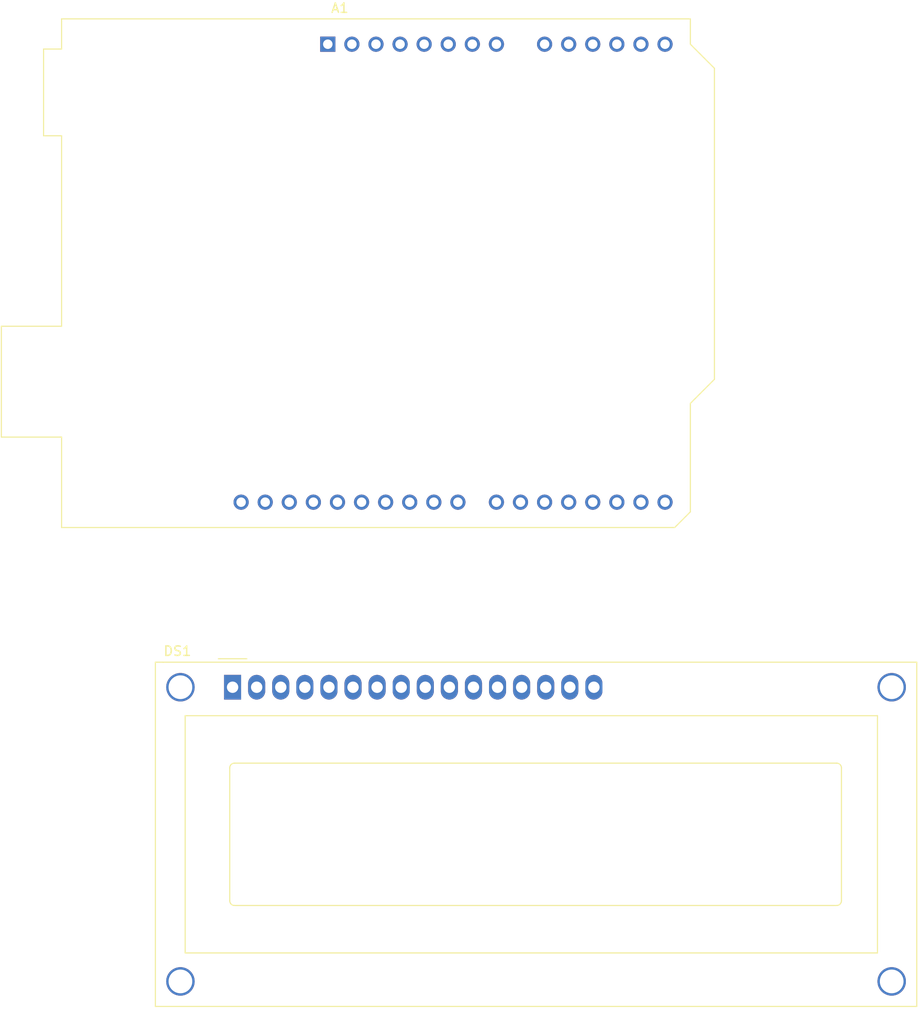
<source format=kicad_pcb>
(kicad_pcb (version 20241229) (generator "pcbnew") (generator_version "9.0")
  (layers (0 "F.Cu" signal) (2 "B.Cu" signal) (13 "F.Paste" user) (15 "B.Paste" user) (5 "F.SilkS" user "F.Silkscreen") (7 "B.SilkS" user "B.Silkscreen") (1 "F.Mask" user) (3 "B.Mask" user) (25 "Edge.Cuts" user))
  (net 0 "")
  (net 1 "UNO_PIN3")
  (net 3 "UNO_PIN4")
  (net 5 "UNO_PIN5")
  (net 7 "E")
  (net 13 "Net-(A1-+5V)")
  (net 21 "GND")
  (net 27 "UNO_PIN2")
  (net 32 "RS")
  (net 36 "Net-(DS1-LED(+))")
  (net 37 "VO")
  (footprint "Module:Arduino_UNO_R3" (layer "F.Cu") (at 115.44 82.74)
    (property "Reference" "A1" (at 1.27 -3.81 180) (layer "F.SilkS"))
    (property "Value" "Arduino_UNO_R3")
    (fp_line (start -34.42 29.72) (end -34.42 41.4) (stroke (width 0.12)) (layer "F.SilkS"))
    (fp_line (start -34.42 41.4) (end -28.07 41.4) (stroke (width 0.12)) (layer "F.SilkS"))
    (fp_line (start -29.97 0.51) (end -29.97 9.65) (stroke (width 0.12)) (layer "F.SilkS"))
    (fp_line (start -29.97 9.65) (end -28.07 9.65) (stroke (width 0.12)) (layer "F.SilkS"))
    (fp_line (start -28.07 -2.67) (end -28.07 0.51) (stroke (width 0.12)) (layer "F.SilkS"))
    (fp_line (start -28.07 0.51) (end -29.97 0.51) (stroke (width 0.12)) (layer "F.SilkS"))
    (fp_line (start -28.07 9.65) (end -28.07 29.72) (stroke (width 0.12)) (layer "F.SilkS"))
    (fp_line (start -28.07 29.72) (end -34.42 29.72) (stroke (width 0.12)) (layer "F.SilkS"))
    (fp_line (start -28.07 41.4) (end -28.07 50.93) (stroke (width 0.12)) (layer "F.SilkS"))
    (fp_line (start -28.07 50.93) (end 36.58 50.93) (stroke (width 0.12)) (layer "F.SilkS"))
    (fp_line (start 36.58 50.93) (end 38.23 49.28) (stroke (width 0.12)) (layer "F.SilkS"))
    (fp_line (start 38.23 -2.67) (end -28.07 -2.67) (stroke (width 0.12)) (layer "F.SilkS"))
    (fp_line (start 38.23 0) (end 38.23 -2.67) (stroke (width 0.12)) (layer "F.SilkS"))
    (fp_line (start 38.23 37.85) (end 40.77 35.31) (stroke (width 0.12)) (layer "F.SilkS"))
    (fp_line (start 38.23 49.28) (end 38.23 37.85) (stroke (width 0.12)) (layer "F.SilkS"))
    (fp_line (start 40.77 2.54) (end 38.23 0) (stroke (width 0.12)) (layer "F.SilkS"))
    (fp_line (start 40.77 35.31) (end 40.77 2.54) (stroke (width 0.12)) (layer "F.SilkS"))
    (pad "1" thru_hole rect (at 0 0 90) (size 1.6 1.6) (drill 1) (layers "*.Cu" "*.Mask"))
    (pad "2" thru_hole oval (at 2.54 0 90) (size 1.6 1.6) (drill 1) (layers "*.Cu" "*.Mask"))
    (pad "3" thru_hole oval (at 5.08 0 90) (size 1.6 1.6) (drill 1) (layers "*.Cu" "*.Mask"))
    (pad "4" thru_hole oval (at 7.62 0 90) (size 1.6 1.6) (drill 1) (layers "*.Cu" "*.Mask"))
    (pad "5" thru_hole oval (at 10.16 0 90) (size 1.6 1.6) (drill 1) (layers "*.Cu" "*.Mask") (net 13 "Net-(A1-+5V)"))
    (pad "6" thru_hole oval (at 12.7 0 90) (size 1.6 1.6) (drill 1) (layers "*.Cu" "*.Mask") (net 21 "GND"))
    (pad "7" thru_hole oval (at 15.24 0 90) (size 1.6 1.6) (drill 1) (layers "*.Cu" "*.Mask"))
    (pad "8" thru_hole oval (at 17.78 0 90) (size 1.6 1.6) (drill 1) (layers "*.Cu" "*.Mask"))
    (pad "9" thru_hole oval (at 22.86 0 90) (size 1.6 1.6) (drill 1) (layers "*.Cu" "*.Mask"))
    (pad "10" thru_hole oval (at 25.4 0 90) (size 1.6 1.6) (drill 1) (layers "*.Cu" "*.Mask"))
    (pad "11" thru_hole oval (at 27.94 0 90) (size 1.6 1.6) (drill 1) (layers "*.Cu" "*.Mask"))
    (pad "12" thru_hole oval (at 30.48 0 90) (size 1.6 1.6) (drill 1) (layers "*.Cu" "*.Mask"))
    (pad "13" thru_hole oval (at 33.02 0 90) (size 1.6 1.6) (drill 1) (layers "*.Cu" "*.Mask"))
    (pad "14" thru_hole oval (at 35.56 0 90) (size 1.6 1.6) (drill 1) (layers "*.Cu" "*.Mask"))
    (pad "15" thru_hole oval (at 35.56 48.26 90) (size 1.6 1.6) (drill 1) (layers "*.Cu" "*.Mask"))
    (pad "16" thru_hole oval (at 33.02 48.26 90) (size 1.6 1.6) (drill 1) (layers "*.Cu" "*.Mask"))
    (pad "17" thru_hole oval (at 30.48 48.26 90) (size 1.6 1.6) (drill 1) (layers "*.Cu" "*.Mask") (net 27 "UNO_PIN2"))
    (pad "18" thru_hole oval (at 27.94 48.26 90) (size 1.6 1.6) (drill 1) (layers "*.Cu" "*.Mask") (net 1 "UNO_PIN3"))
    (pad "19" thru_hole oval (at 25.4 48.26 90) (size 1.6 1.6) (drill 1) (layers "*.Cu" "*.Mask") (net 3 "UNO_PIN4"))
    (pad "20" thru_hole oval (at 22.86 48.26 90) (size 1.6 1.6) (drill 1) (layers "*.Cu" "*.Mask") (net 5 "UNO_PIN5"))
    (pad "21" thru_hole oval (at 20.32 48.26 90) (size 1.6 1.6) (drill 1) (layers "*.Cu" "*.Mask"))
    (pad "22" thru_hole oval (at 17.78 48.26 90) (size 1.6 1.6) (drill 1) (layers "*.Cu" "*.Mask"))
    (pad "23" thru_hole oval (at 13.72 48.26 90) (size 1.6 1.6) (drill 1) (layers "*.Cu" "*.Mask"))
    (pad "24" thru_hole oval (at 11.18 48.26 90) (size 1.6 1.6) (drill 1) (layers "*.Cu" "*.Mask"))
    (pad "25" thru_hole oval (at 8.64 48.26 90) (size 1.6 1.6) (drill 1) (layers "*.Cu" "*.Mask"))
    (pad "26" thru_hole oval (at 6.1 48.26 90) (size 1.6 1.6) (drill 1) (layers "*.Cu" "*.Mask") (net 7 "E"))
    (pad "27" thru_hole oval (at 3.56 48.26 90) (size 1.6 1.6) (drill 1) (layers "*.Cu" "*.Mask") (net 32 "RS"))
    (pad "28" thru_hole oval (at 1.02 48.26 90) (size 1.6 1.6) (drill 1) (layers "*.Cu" "*.Mask"))
    (pad "29" thru_hole oval (at -1.52 48.26 90) (size 1.6 1.6) (drill 1) (layers "*.Cu" "*.Mask"))
    (pad "30" thru_hole oval (at -4.06 48.26 90) (size 1.6 1.6) (drill 1) (layers "*.Cu" "*.Mask"))
    (pad "31" thru_hole oval (at -6.6 48.26 90) (size 1.6 1.6) (drill 1) (layers "*.Cu" "*.Mask"))
    (pad "32" thru_hole oval (at -9.14 48.26 90) (size 1.6 1.6) (drill 1) (layers "*.Cu" "*.Mask"))
  )
  (footprint "Display:WC1602A" (layer "F.Cu") (at 105.4 150.5)
    (property "Reference" "DS1" (at -5.82 -3.81 0) (layer "F.SilkS"))
    (property "Value" "WC1602A")
    (fp_line (start -8.14 -2.64) (end -8.14 33.64) (stroke (width 0.12)) (layer "F.SilkS"))
    (fp_line (start -8.14 33.64) (end 72.14 33.64) (stroke (width 0.12)) (layer "F.SilkS"))
    (fp_line (start -8.13 -2.64) (end -7.34 -2.64) (stroke (width 0.12)) (layer "F.SilkS"))
    (fp_line (start -5 3) (end 68 3) (stroke (width 0.12)) (layer "F.SilkS"))
    (fp_line (start -5 28) (end -5 3) (stroke (width 0.12)) (layer "F.SilkS"))
    (fp_line (start -1.5 -3) (end 1.5 -3) (stroke (width 0.12)) (layer "F.SilkS"))
    (fp_line (start -0.29972 22.49932) (end -0.29972 8.5) (stroke (width 0.12)) (layer "F.SilkS"))
    (fp_line (start 0.2 8) (end 63.7 8) (stroke (width 0.12)) (layer "F.SilkS"))
    (fp_line (start 63.70066 23) (end 0.2 23) (stroke (width 0.12)) (layer "F.SilkS"))
    (fp_line (start 64.2 8.5) (end 64.2 22.5) (stroke (width 0.12)) (layer "F.SilkS"))
    (fp_line (start 68 3) (end 68 28) (stroke (width 0.12)) (layer "F.SilkS"))
    (fp_line (start 68 28) (end -5 28) (stroke (width 0.12)) (layer "F.SilkS"))
    (fp_line (start 72.14 -2.64) (end -7.34 -2.64) (stroke (width 0.12)) (layer "F.SilkS"))
    (fp_line (start 72.14 33.64) (end 72.14 -2.64) (stroke (width 0.12)) (layer "F.SilkS"))
    (fp_arc (start -0.29972 8.49884) (mid -0.153162 8.145018) (end 0.20066 7.99846) (stroke (width 0.12)) (layer "F.SilkS"))
    (fp_arc (start 0.20066 22.9997) (mid -0.153162 22.853142) (end -0.29972 22.49932) (stroke (width 0.12)) (layer "F.SilkS"))
    (fp_arc (start 63.7 8) (mid 64.053553 8.146447) (end 64.2 8.5) (stroke (width 0.12)) (layer "F.SilkS"))
    (fp_arc (start 64.20104 22.49932) (mid 64.054482 22.853142) (end 63.70066 22.9997) (stroke (width 0.12)) (layer "F.SilkS"))
    (pad "" thru_hole circle (at -5.4991 0) (size 3 3) (drill 2.5) (layers "*.Cu" "*.Mask"))
    (pad "" thru_hole circle (at -5.4991 31.0007) (size 3 3) (drill 2.5) (layers "*.Cu" "*.Mask"))
    (pad "" thru_hole circle (at 69.49948 31.0007) (size 3 3) (drill 2.5) (layers "*.Cu" "*.Mask"))
    (pad "" thru_hole circle (at 69.5 0) (size 3 3) (drill 2.5) (layers "*.Cu" "*.Mask"))
    (pad "1" thru_hole rect (at 0 0) (size 1.8 2.6) (drill 1.2) (layers "*.Cu" "*.Mask") (net 21 "GND"))
    (pad "2" thru_hole oval (at 2.54 0) (size 1.8 2.6) (drill 1.2) (layers "*.Cu" "*.Mask") (net 13 "Net-(A1-+5V)"))
    (pad "3" thru_hole oval (at 5.08 0) (size 1.8 2.6) (drill 1.2) (layers "*.Cu" "*.Mask") (net 37 "VO"))
    (pad "4" thru_hole oval (at 7.62 0) (size 1.8 2.6) (drill 1.2) (layers "*.Cu" "*.Mask") (net 32 "RS"))
    (pad "5" thru_hole oval (at 10.16 0) (size 1.8 2.6) (drill 1.2) (layers "*.Cu" "*.Mask"))
    (pad "6" thru_hole oval (at 12.7 0) (size 1.8 2.6) (drill 1.2) (layers "*.Cu" "*.Mask") (net 7 "E"))
    (pad "7" thru_hole oval (at 15.24 0) (size 1.8 2.6) (drill 1.2) (layers "*.Cu" "*.Mask"))
    (pad "8" thru_hole oval (at 17.78 0) (size 1.8 2.6) (drill 1.2) (layers "*.Cu" "*.Mask"))
    (pad "9" thru_hole oval (at 20.32 0) (size 1.8 2.6) (drill 1.2) (layers "*.Cu" "*.Mask"))
    (pad "10" thru_hole oval (at 22.86 0) (size 1.8 2.6) (drill 1.2) (layers "*.Cu" "*.Mask"))
    (pad "11" thru_hole oval (at 25.4 0) (size 1.8 2.6) (drill 1.2) (layers "*.Cu" "*.Mask") (net 5 "UNO_PIN5"))
    (pad "12" thru_hole oval (at 27.94 0) (size 1.8 2.6) (drill 1.2) (layers "*.Cu" "*.Mask") (net 3 "UNO_PIN4"))
    (pad "13" thru_hole oval (at 30.48 0) (size 1.8 2.6) (drill 1.2) (layers "*.Cu" "*.Mask") (net 1 "UNO_PIN3"))
    (pad "14" thru_hole oval (at 33.02 0) (size 1.8 2.6) (drill 1.2) (layers "*.Cu" "*.Mask") (net 27 "UNO_PIN2"))
    (pad "15" thru_hole oval (at 35.56 0) (size 1.8 2.6) (drill 1.2) (layers "*.Cu" "*.Mask") (net 36 "Net-(DS1-LED(+))"))
    (pad "16" thru_hole oval (at 38.1 0) (size 1.8 2.6) (drill 1.2) (layers "*.Cu" "*.Mask") (net 21 "GND"))
  )
)
</source>
